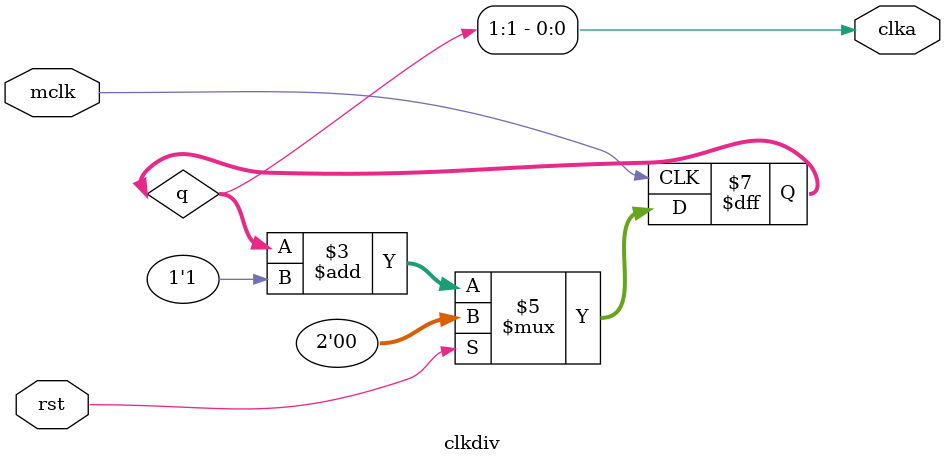
<source format=sv>
module clkdiv(
    input logic mclk, //100MHz
    input logic rst,
    
    output logic clka //25MHz
);
    logic[1:0] q;
    always_ff @ (posedge mclk) //Ö»ÓÐÉÏÉýÑØ¼ÆÊý£¬Ôò¼ÆÊýÆ÷²úÉúÉÏÉýÑØÏÂ½µÑØµÄÆµÂÊÖ»ÓÐÊµ¼ÊÊ±ÖÓµÄÒ»°ë
        if (rst == 1) q <= 2'b0;
        else q <= q + 1'b1;
    assign clka = q[1];
endmodule

</source>
